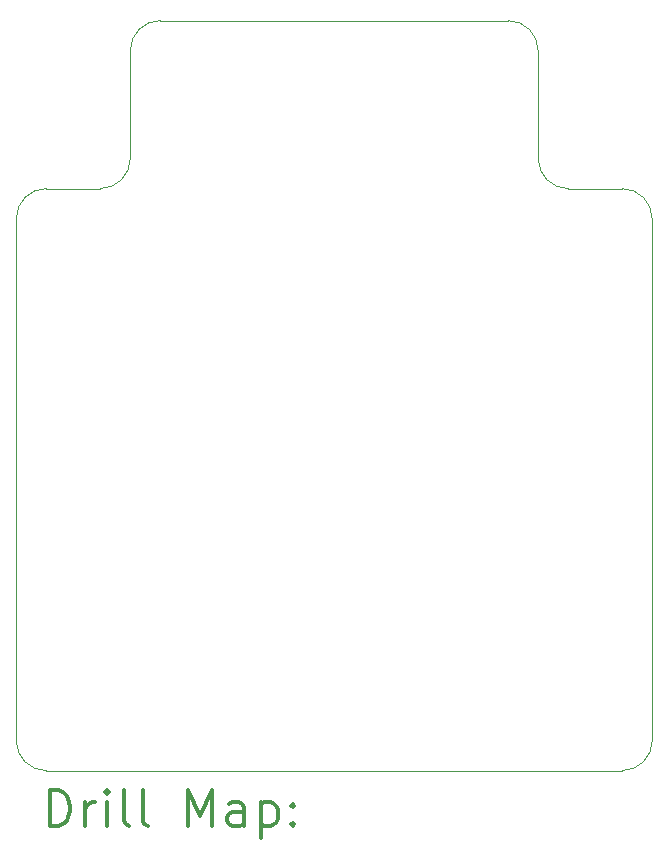
<source format=gbr>
%FSLAX45Y45*%
G04 Gerber Fmt 4.5, Leading zero omitted, Abs format (unit mm)*
G04 Created by KiCad (PCBNEW (5.1.10)-1) date 2021-09-22 21:53:58*
%MOMM*%
%LPD*%
G01*
G04 APERTURE LIST*
%TA.AperFunction,Profile*%
%ADD10C,0.050000*%
%TD*%
%ADD11C,0.200000*%
%ADD12C,0.300000*%
G04 APERTURE END LIST*
D10*
X21793200Y-13208000D02*
G75*
G02*
X21539200Y-13462000I-254000J0D01*
G01*
X16662400Y-13462000D02*
G75*
G02*
X16408400Y-13208000I0J254000D01*
G01*
X20574000Y-7112000D02*
G75*
G02*
X20828000Y-7366000I0J-254000D01*
G01*
X17373600Y-7366000D02*
G75*
G02*
X17627600Y-7112000I254000J0D01*
G01*
X17373600Y-8280400D02*
G75*
G02*
X17119600Y-8534400I-254000J0D01*
G01*
X21082000Y-8534400D02*
X21539200Y-8534400D01*
X21082000Y-8534400D02*
G75*
G02*
X20828000Y-8280400I0J254000D01*
G01*
X16662400Y-8534400D02*
X17119600Y-8534400D01*
X16408400Y-8788400D02*
G75*
G02*
X16662400Y-8534400I254000J0D01*
G01*
X21539200Y-8534400D02*
G75*
G02*
X21793200Y-8788400I0J-254000D01*
G01*
X21793200Y-8788400D02*
X21793200Y-8940800D01*
X16662400Y-13462000D02*
X21539200Y-13462000D01*
X16408400Y-8788400D02*
X16408400Y-13208000D01*
X17373600Y-7366000D02*
X17373600Y-8280400D01*
X20574000Y-7112000D02*
X17627600Y-7112000D01*
X20828000Y-8280400D02*
X20828000Y-7366000D01*
X21793200Y-13208000D02*
X21793200Y-8940800D01*
D11*
D12*
X16692328Y-13930214D02*
X16692328Y-13630214D01*
X16763757Y-13630214D01*
X16806614Y-13644500D01*
X16835186Y-13673071D01*
X16849471Y-13701643D01*
X16863757Y-13758786D01*
X16863757Y-13801643D01*
X16849471Y-13858786D01*
X16835186Y-13887357D01*
X16806614Y-13915929D01*
X16763757Y-13930214D01*
X16692328Y-13930214D01*
X16992328Y-13930214D02*
X16992328Y-13730214D01*
X16992328Y-13787357D02*
X17006614Y-13758786D01*
X17020900Y-13744500D01*
X17049471Y-13730214D01*
X17078043Y-13730214D01*
X17178043Y-13930214D02*
X17178043Y-13730214D01*
X17178043Y-13630214D02*
X17163757Y-13644500D01*
X17178043Y-13658786D01*
X17192328Y-13644500D01*
X17178043Y-13630214D01*
X17178043Y-13658786D01*
X17363757Y-13930214D02*
X17335186Y-13915929D01*
X17320900Y-13887357D01*
X17320900Y-13630214D01*
X17520900Y-13930214D02*
X17492328Y-13915929D01*
X17478043Y-13887357D01*
X17478043Y-13630214D01*
X17863757Y-13930214D02*
X17863757Y-13630214D01*
X17963757Y-13844500D01*
X18063757Y-13630214D01*
X18063757Y-13930214D01*
X18335186Y-13930214D02*
X18335186Y-13773071D01*
X18320900Y-13744500D01*
X18292328Y-13730214D01*
X18235186Y-13730214D01*
X18206614Y-13744500D01*
X18335186Y-13915929D02*
X18306614Y-13930214D01*
X18235186Y-13930214D01*
X18206614Y-13915929D01*
X18192328Y-13887357D01*
X18192328Y-13858786D01*
X18206614Y-13830214D01*
X18235186Y-13815929D01*
X18306614Y-13815929D01*
X18335186Y-13801643D01*
X18478043Y-13730214D02*
X18478043Y-14030214D01*
X18478043Y-13744500D02*
X18506614Y-13730214D01*
X18563757Y-13730214D01*
X18592328Y-13744500D01*
X18606614Y-13758786D01*
X18620900Y-13787357D01*
X18620900Y-13873071D01*
X18606614Y-13901643D01*
X18592328Y-13915929D01*
X18563757Y-13930214D01*
X18506614Y-13930214D01*
X18478043Y-13915929D01*
X18749471Y-13901643D02*
X18763757Y-13915929D01*
X18749471Y-13930214D01*
X18735186Y-13915929D01*
X18749471Y-13901643D01*
X18749471Y-13930214D01*
X18749471Y-13744500D02*
X18763757Y-13758786D01*
X18749471Y-13773071D01*
X18735186Y-13758786D01*
X18749471Y-13744500D01*
X18749471Y-13773071D01*
M02*

</source>
